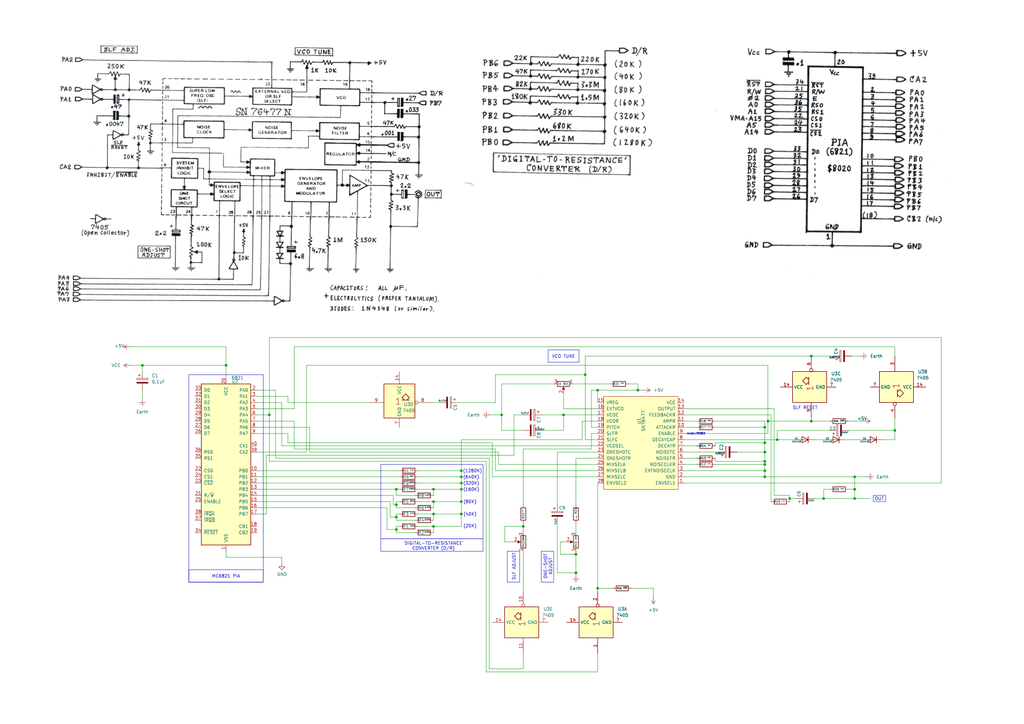
<source format=kicad_sch>
(kicad_sch (version 20231120) (generator "eeschema") (generator_version "8.0")
  (paper "A3")
  (title_block (date "2025-06-10") (rev "0.1"))
  (lib_symbols
    (symbol "74xx_IEEE:7405"
      (property "Reference" "U" (at 5.08 8.89 0))
      (property "Value" "7405" (at 5.08 -8.89 0))
      (symbol "7405_0_0"
        (text "1" (at -0.508 0.508 0) (effects (font (size 2.54 2.54))))
      )
      (symbol "7405_0_1"
        (rectangle (start -6.35 7.62) (end 6.35 -6.35) (stroke (width 0.254)) (fill (type background)))
        (polyline (pts (xy 3.048 1.016) (xy 4.064 2.032) (xy 2.54 3.556) (xy 1.016 2.032) (xy 2.032 1.016) (xy 1.016 1.016) (xy 4.064 1.016) (xy 4.064 1.016)) (stroke (width 0.254)) (fill (type background)))
        (pin power_in line (at 0 12.7 270) (length 5.08) (name "VCC") (number "14"))
        (pin power_in line (at 0 -10.16 90) (length 3.81) (name "GND") (number "7"))
      )
      (symbol "7405_1_1"
        (pin input line (at -12.7 0 0) (length 6.35) (name "~") (number "1"))
        (pin open_collector inverted (at 12.7 0 180) (length 6.35) (name "~") (number "2"))
      )
      (symbol "7405_2_1"
        (pin input line (at -12.7 0 0) (length 6.35) (name "~") (number "3"))
        (pin open_collector inverted (at 12.7 0 180) (length 6.35) (name "~") (number "4"))
      )
      (symbol "7405_3_1"
        (pin input line (at -12.7 0 0) (length 6.35) (name "~") (number "5"))
        (pin open_collector inverted (at 12.7 0 180) (length 6.35) (name "~") (number "6"))
      )
      (symbol "7405_4_1"
        (pin open_collector inverted (at 12.7 0 180) (length 6.35) (name "~") (number "8"))
        (pin input line (at -12.7 0 0) (length 6.35) (name "~") (number "9"))
      )
      (symbol "7405_5_1"
        (pin open_collector inverted (at 12.7 0 180) (length 6.35) (name "~") (number "10"))
        (pin input line (at -12.7 0 0) (length 6.35) (name "~") (number "11"))
      )
      (symbol "7405_6_1"
        (pin open_collector inverted (at 12.7 0 180) (length 6.35) (name "~") (number "12"))
        (pin input line (at -12.7 0 0) (length 6.35) (name "~") (number "13"))
      )
    )
    (symbol "Device:C_Polarized" (pin_numbers hide) (pin_names (offset 0.254))
      (property "Reference" "C" (at 0.635 2.54 0))
      (property "Value" "C_Polarized" (at 0.635 -2.54 0))
      (symbol "C_Polarized_0_1"
        (rectangle (start -2.286 0.508) (end 2.286 1.016))
        (polyline (pts (xy -1.778 2.286) (xy -0.762 2.286)))
        (polyline (pts (xy -1.27 2.794) (xy -1.27 1.778)))
        (rectangle (start 2.286 -0.508) (end -2.286 -1.016) (fill (type outline)))
      )
      (symbol "C_Polarized_1_1"
        (pin passive line (at 0 3.81 270) (length 2.794) (name "~") (number "1"))
        (pin passive line (at 0 -3.81 90) (length 2.794) (name "~") (number "2"))
      )
    )
    (symbol "Device:R" (pin_numbers hide) (pin_names (offset 0))
      (property "Reference" "R" (at 2.032 0 90))
      (property "Value" "R" (at 0 0 90))
      (symbol "R_0_1"
        (rectangle (start -1.016 -2.54) (end 1.016 2.54) (stroke (width 0.254)))
      )
      (symbol "R_1_1"
        (pin passive line (at 0 3.81 270) (length 1.27) (name "~") (number "1"))
        (pin passive line (at 0 -3.81 90) (length 1.27) (name "~") (number "2"))
      )
    )
    (symbol "Device:R_Potentiometer" (pin_names (offset 1.016) hide)
      (property "Reference" "RV" (at -4.445 0 90))
      (property "Value" "R_Potentiometer" (at -2.54 0 90))
      (symbol "R_Potentiometer_0_1"
        (polyline (pts (xy 2.54 0) (xy 1.524 0)))
        (polyline (pts (xy 1.143 0) (xy 2.286 0.508) (xy 2.286 -0.508) (xy 1.143 0)) (fill (type outline)))
        (rectangle (start 1.016 2.54) (end -1.016 -2.54) (stroke (width 0.254)))
      )
      (symbol "R_Potentiometer_1_1"
        (pin passive line (at 0 3.81 270) (length 1.27) (name "1") (number "1"))
        (pin passive line (at 3.81 0 180) (length 1.27) (name "2") (number "2"))
        (pin passive line (at 0 -3.81 90) (length 1.27) (name "3") (number "3"))
      )
    )
    (symbol "Diode:1N4148" (pin_numbers hide) (pin_names hide)
      (property "Reference" "D" (at 0 2.54 0))
      (property "Value" "1N4148" (at 0 -2.54 0))
      (symbol "1N4148_0_1"
        (polyline (pts (xy -1.27 1.27) (xy -1.27 -1.27)) (stroke (width 0.254)))
        (polyline (pts (xy 1.27 0) (xy -1.27 0)))
        (polyline (pts (xy 1.27 1.27) (xy 1.27 -1.27) (xy -1.27 0) (xy 1.27 1.27)) (stroke (width 0.254)))
      )
      (symbol "1N4148_1_1"
        (pin passive line (at -3.81 0 0) (length 2.54) (name "K") (number "1"))
        (pin passive line (at 3.81 0 180) (length 2.54) (name "A") (number "2"))
      )
    )
    (symbol "Interface:6821" (pin_names (offset 1.016))
      (property "Reference" "U" (at -7.62 34.29 0))
      (property "Value" "6821" (at 10.16 34.29 0))
      (symbol "6821_0_1"
        (rectangle (start -10.16 -33.02) (end 10.16 33.02) (stroke (width 0.254)) (fill (type background)))
      )
      (symbol "6821_1_1"
        (pin power_in line (at 0 -35.56 90) (length 2.54) (name "VSS") (number "1"))
        (pin bidirectional line (at 12.7 -2.54 180) (length 2.54) (name "PB0") (number "10"))
        (pin bidirectional line (at 12.7 -5.08 180) (length 2.54) (name "PB1") (number "11"))
        (pin bidirectional line (at 12.7 -7.62 180) (length 2.54) (name "PB2") (number "12"))
        (pin bidirectional line (at 12.7 -10.16 180) (length 2.54) (name "PB3") (number "13"))
        (pin bidirectional line (at 12.7 -12.7 180) (length 2.54) (name "PB4") (number "14"))
        (pin bidirectional line (at 12.7 -15.24 180) (length 2.54) (name "PB5") (number "15"))
        (pin bidirectional line (at 12.7 -17.78 180) (length 2.54) (name "PB6") (number "16"))
        (pin bidirectional line (at 12.7 -20.32 180) (length 2.54) (name "PB7") (number "17"))
        (pin input line (at 12.7 -25.4 180) (length 2.54) (name "CB1") (number "18"))
        (pin bidirectional line (at 12.7 -27.94 180) (length 2.54) (name "CB2") (number "19"))
        (pin bidirectional line (at 12.7 30.48 180) (length 2.54) (name "PA0") (number "2"))
        (pin power_in line (at 0 35.56 270) (length 2.54) (name "VCC") (number "20"))
        (pin input line (at -12.7 -12.7 0) (length 2.54) (name "R/~{W}") (number "21"))
        (pin input line (at -12.7 -2.54 0) (length 2.54) (name "CS0") (number "22"))
        (pin input line (at -12.7 -7.62 0) (length 2.54) (name "~{CS2}") (number "23"))
        (pin input line (at -12.7 -5.08 0) (length 2.54) (name "CS1") (number "24"))
        (pin input line (at -12.7 -15.24 0) (length 2.54) (name "ENABLE") (number "25"))
        (pin bidirectional line (at -12.7 12.7 0) (length 2.54) (name "D7") (number "26"))
        (pin bidirectional line (at -12.7 15.24 0) (length 2.54) (name "D6") (number "27"))
        (pin bidirectional line (at -12.7 17.78 0) (length 2.54) (name "D5") (number "28"))
        (pin bidirectional line (at -12.7 20.32 0) (length 2.54) (name "D4") (number "29"))
        (pin bidirectional line (at 12.7 27.94 180) (length 2.54) (name "PA1") (number "3"))
        (pin bidirectional line (at -12.7 22.86 0) (length 2.54) (name "D3") (number "30"))
        (pin bidirectional line (at -12.7 25.4 0) (length 2.54) (name "D2") (number "31"))
        (pin bidirectional line (at -12.7 27.94 0) (length 2.54) (name "D1") (number "32"))
        (pin bidirectional line (at -12.7 30.48 0) (length 2.54) (name "D0") (number "33"))
        (pin input line (at -12.7 -27.94 0) (length 2.54) (name "~{RESET}") (number "34"))
        (pin input line (at -12.7 2.54 0) (length 2.54) (name "RS1") (number "35"))
        (pin input line (at -12.7 5.08 0) (length 2.54) (name "RS0") (number "36"))
        (pin open_collector line (at -12.7 -22.86 0) (length 2.54) (name "~{IRQB}") (number "37"))
        (pin open_collector line (at -12.7 -20.32 0) (length 2.54) (name "~{IRQA}") (number "38"))
        (pin bidirectional line (at 12.7 5.08 180) (length 2.54) (name "CA2") (number "39"))
        (pin bidirectional line (at 12.7 25.4 180) (length 2.54) (name "PA2") (number "4"))
        (pin input line (at 12.7 7.62 180) (length 2.54) (name "CA1") (number "40"))
        (pin bidirectional line (at 12.7 22.86 180) (length 2.54) (name "PA3") (number "5"))
        (pin bidirectional line (at 12.7 20.32 180) (length 2.54) (name "PA4") (number "6"))
        (pin bidirectional line (at 12.7 17.78 180) (length 2.54) (name "PA5") (number "7"))
        (pin bidirectional line (at 12.7 15.24 180) (length 2.54) (name "PA6") (number "8"))
        (pin bidirectional line (at 12.7 12.7 180) (length 2.54) (name "PA7") (number "9"))
      )
    )
    (symbol "Space-Invaders-rescue:+5V-power" (power) (pin_names (offset 0))
      (property "Value" "power_+5V" (at 0 3.556 0))
      (symbol "+5V-power_0_1"
        (polyline (pts (xy -0.762 1.27) (xy 0 2.54)))
        (polyline (pts (xy 0 0) (xy 0 2.54)))
        (polyline (pts (xy 0 2.54) (xy 0.762 1.27)))
      )
      (symbol "+5V-power_1_1"
        (pin power_in line (at 0 0 90) (length 0) hide (name "+5V") (number "1"))
      )
    )
    (symbol "Space-Invaders-rescue:GND-power" (power) (pin_names (offset 0))
      (property "Value" "power_GND" (at 0 -3.81 0))
      (symbol "GND-power_0_1"
        (polyline (pts (xy 0 0) (xy 0 -1.27) (xy 1.27 -1.27) (xy 0 -2.54) (xy -1.27 -1.27) (xy 0 -1.27)))
      )
      (symbol "GND-power_1_1"
        (pin power_in line (at 0 0 270) (length 0) hide (name "GND") (number "1"))
      )
    )
    (symbol "Space-Invaders-rescue:SN76477-Xenir" (pin_names (offset 1.016))
      (property "Reference" "U" (at 0 0 0))
      (property "Value" "Xenir_SN76477" (at 0 2.54 0))
      (symbol "SN76477-Xenir_0_1"
        (polyline (pts (xy -15.24 -2.54) (xy 15.24 -2.54) (xy 15.24 -40.64) (xy -15.24 -40.64) (xy -15.24 -2.54)) (fill (type background)))
      )
      (symbol "SN76477-Xenir_1_1"
        (pin input line (at -17.78 -5.08 0) (length 2.54) (name "ENVSEL1") (number "1"))
        (pin input line (at -17.78 -27.94 0) (length 2.54) (name "ATTACKR") (number "10"))
        (pin input line (at -17.78 -30.48 0) (length 2.54) (name "AMPR") (number "11"))
        (pin input line (at -17.78 -33.02 0) (length 2.54) (name "FEEDBACKR") (number "12"))
        (pin input line (at -17.78 -35.56 0) (length 2.54) (name "OUTPUT") (number "13"))
        (pin power_in line (at -17.78 -38.1 0) (length 2.54) (name "VCC") (number "14"))
        (pin input line (at 17.78 -38.1 180) (length 2.54) (name "VREG") (number "15"))
        (pin input line (at 17.78 -35.56 180) (length 2.54) (name "EXTVCO") (number "16"))
        (pin input line (at 17.78 -33.02 180) (length 2.54) (name "VCOC") (number "17"))
        (pin input line (at 17.78 -30.48 180) (length 2.54) (name "VCOR") (number "18"))
        (pin input line (at 17.78 -27.94 180) (length 2.54) (name "PITCH") (number "19"))
        (pin input line (at -17.78 -7.62 0) (length 2.54) (name "GND") (number "2"))
        (pin input line (at 17.78 -25.4 180) (length 2.54) (name "SLFR") (number "20"))
        (pin input line (at 17.78 -22.86 180) (length 2.54) (name "SLFC") (number "21"))
        (pin input line (at 17.78 -20.32 180) (length 2.54) (name "VCOSEL") (number "22"))
        (pin input line (at 17.78 -17.78 180) (length 2.54) (name "ONESHOTC") (number "23"))
        (pin input line (at 17.78 -15.24 180) (length 2.54) (name "ONESHOTR") (number "24"))
        (pin input line (at 17.78 -12.7 180) (length 2.54) (name "MIXSELA") (number "25"))
        (pin input line (at 17.78 -10.16 180) (length 2.54) (name "MIXSELB") (number "26"))
        (pin input line (at 17.78 -7.62 180) (length 2.54) (name "MIXSELC") (number "27"))
        (pin input line (at 17.78 -5.08 180) (length 2.54) (name "ENVSEL2") (number "28"))
        (pin input line (at -17.78 -10.16 0) (length 2.54) (name "EXTNOISECLK") (number "3"))
        (pin input line (at -17.78 -12.7 0) (length 2.54) (name "NOISECLKR") (number "4"))
        (pin input line (at -17.78 -15.24 0) (length 2.54) (name "NOISEFR") (number "5"))
        (pin input line (at -17.78 -17.78 0) (length 2.54) (name "NOISEFC") (number "6"))
        (pin input line (at -17.78 -20.32 0) (length 2.54) (name "DECAYR") (number "7"))
        (pin input line (at -17.78 -22.86 0) (length 2.54) (name "DECAYCAP") (number "8"))
        (pin input line (at -17.78 -25.4 0) (length 2.54) (name "ENABLE") (number "9"))
      )
    )
    (symbol "power:+5V" (power) (pin_numbers hide) (pin_names (offset 0) hide)
      (property "Value" "+5V" (at 0 3.556 0))
      (symbol "+5V_0_1"
        (polyline (pts (xy -0.762 1.27) (xy 0 2.54)))
        (polyline (pts (xy 0 0) (xy 0 2.54)))
        (polyline (pts (xy 0 2.54) (xy 0.762 1.27)))
      )
      (symbol "+5V_1_1"
        (pin power_in line (at 0 0 90) (length 0) (name "~") (number "1"))
      )
    )
    (symbol "power:Earth" (power) (pin_numbers hide) (pin_names (offset 0) hide)
      (property "Value" "Earth" (at 0 -3.81 0))
      (symbol "Earth_0_1"
        (polyline (pts (xy -0.635 -1.905) (xy 0.635 -1.905)))
        (polyline (pts (xy -0.127 -2.54) (xy 0.127 -2.54)))
        (polyline (pts (xy 0 -1.27) (xy 0 0)))
        (polyline (pts (xy 1.27 -1.27) (xy -1.27 -1.27)))
      )
      (symbol "Earth_1_1"
        (pin power_in line (at 0 0 270) (length 0) (name "~") (number "1"))
      )
    )
    (symbol "power:VCC" (power) (pin_numbers hide) (pin_names (offset 0) hide)
      (property "Value" "VCC" (at 0 3.556 0))
      (symbol "VCC_0_1"
        (polyline (pts (xy -0.762 1.27) (xy 0 2.54)))
        (polyline (pts (xy 0 0) (xy 0 2.54)))
        (polyline (pts (xy 0 2.54) (xy 0.762 1.27)))
      )
      (symbol "VCC_1_1"
        (pin power_in line (at 0 0 90) (length 0) (name "~") (number "1"))
      )
    )
  )
  (junction (at 189.23 198.12))
  (junction (at 313.69 193.04))
  (junction (at 92.71 149.86))
  (junction (at 245.11 160.02))
  (junction (at 367.03 176.53))
  (junction (at 177.8 200.66))
  (junction (at 332.74 146.05))
  (junction (at 313.69 175.26))
  (junction (at 314.96 172.72))
  (junction (at 162.56 200.66))
  (junction (at 189.23 200.66))
  (junction (at 261.62 160.02))
  (junction (at 177.8 205.74))
  (junction (at 58.42 149.86))
  (junction (at 177.8 210.82))
  (junction (at 350.52 200.66))
  (junction (at 313.69 185.42))
  (junction (at 162.56 212.09))
  (junction (at 236.22 234.95))
  (junction (at 332.74 172.72))
  (junction (at 177.8 215.9))
  (junction (at 313.69 189.23))
  (junction (at 110.49 170.18))
  (junction (at 205.74 170.18))
  (junction (at 318.77 180.34))
  (junction (at 162.56 207.01))
  (junction (at 162.56 217.17))
  (junction (at 313.69 190.5))
  (junction (at 214.63 215.9))
  (junction (at 313.69 195.58))
  (junction (at 337.82 204.47))
  (junction (at 350.52 195.58))
  (junction (at 245.11 241.3))
  (junction (at 189.23 210.82))
  (junction (at 236.22 227.33))
  (junction (at 313.69 181.61))
  (junction (at 189.23 193.04))
  (junction (at 231.14 170.18))
  (junction (at 240.03 153.67))
  (junction (at 189.23 195.58))
  (junction (at 350.52 204.47))
  (junction (at 189.23 205.74))
  (junction (at 323.85 204.47))
  (wire (pts (xy 280.67 198.12) (xy 386.08 198.12)))
  (wire (pts (xy 313.69 175.26) (xy 313.69 181.61)))
  (wire (pts (xy 214.63 215.9) (xy 207.01 215.9)))
  (wire (pts (xy 236.22 187.96) (xy 245.11 187.96)))
  (wire (pts (xy 234.95 157.48) (xy 250.19 157.48)))
  (wire (pts (xy 245.11 180.34) (xy 240.03 180.34)))
  (wire (pts (xy 386.08 138.43) (xy 386.08 198.12)))
  (wire (pts (xy 293.37 190.5) (xy 313.69 190.5)))
  (wire (pts (xy 92.71 142.24) (xy 92.71 149.86)))
  (wire (pts (xy 242.57 175.26) (xy 242.57 160.02)))
  (wire (pts (xy 53.34 149.86) (xy 58.42 149.86)))
  (wire (pts (xy 347.98 172.72) (xy 354.33 172.72)))
  (wire (pts (xy 313.69 181.61) (xy 313.69 185.42)))
  (wire (pts (xy 210.82 170.18) (xy 214.63 170.18)))
  (wire (pts (xy 240.03 146.05) (xy 332.74 146.05)))
  (wire (pts (xy 201.93 195.58) (xy 245.11 195.58)))
  (wire (pts (xy 171.45 198.12) (xy 189.23 198.12)))
  (wire (pts (xy 170.18 213.36) (xy 162.56 213.36)))
  (wire (pts (xy 280.67 180.34) (xy 318.77 180.34)))
  (wire (pts (xy 367.03 146.05) (xy 367.03 142.24)))
  (wire (pts (xy 203.2 165.1) (xy 203.2 153.67)))
  (wire (pts (xy 242.57 177.8) (xy 242.57 184.15)))
  (wire (pts (xy 317.5 167.64) (xy 317.5 203.2)))
  (wire (pts (xy 58.42 149.86) (xy 92.71 149.86)))
  (wire (pts (xy 214.63 274.32) (xy 214.63 267.97)))
  (wire (pts (xy 158.75 217.17) (xy 158.75 208.28)))
  (wire (pts (xy 177.8 215.9) (xy 189.23 215.9)))
  (wire (pts (xy 323.85 203.2) (xy 323.85 204.47)))
  (wire (pts (xy 245.11 241.3) (xy 251.46 241.3)))
  (wire (pts (xy 280.67 170.18) (xy 316.23 170.18)))
  (wire (pts (xy 113.03 160.02) (xy 105.41 160.02)))
  (wire (pts (xy 280.67 185.42) (xy 294.64 185.42)))
  (wire (pts (xy 337.82 204.47) (xy 350.52 204.47)))
  (wire (pts (xy 187.96 165.1) (xy 203.2 165.1)))
  (wire (pts (xy 323.85 204.47) (xy 323.85 205.74)))
  (wire (pts (xy 201.93 181.61) (xy 201.93 195.58)))
  (wire (pts (xy 110.49 170.18) (xy 110.49 189.23)))
  (wire (pts (xy 177.8 218.44) (xy 177.8 215.9)))
  (wire (pts (xy 293.37 175.26) (xy 313.69 175.26)))
  (wire (pts (xy 245.11 160.02) (xy 261.62 160.02)))
  (wire (pts (xy 177.8 203.2) (xy 177.8 200.66)))
  (wire (pts (xy 205.74 176.53) (xy 214.63 176.53)))
  (wire (pts (xy 105.41 210.82) (xy 109.22 210.82)))
  (wire (pts (xy 350.52 195.58) (xy 355.6 195.58)))
  (wire (pts (xy 242.57 184.15) (xy 214.63 184.15)))
  (wire (pts (xy 350.52 200.66) (xy 347.98 200.66)))
  (wire (pts (xy 105.41 162.56) (xy 118.11 162.56)))
  (wire (pts (xy 214.63 242.57) (xy 214.63 226.06)))
  (wire (pts (xy 200.66 187.96) (xy 113.03 187.96)))
  (wire (pts (xy 318.77 180.34) (xy 326.39 180.34)))
  (wire (pts (xy 189.23 195.58) (xy 189.23 198.12)))
  (wire (pts (xy 316.23 170.18) (xy 316.23 205.74)))
  (wire (pts (xy 171.45 193.04) (xy 189.23 193.04)))
  (wire (pts (xy 339.09 180.34) (xy 334.01 180.34)))
  (wire (pts (xy 199.39 189.23) (xy 199.39 275.59)))
  (wire (pts (xy 261.62 160.02) (xy 264.16 160.02)))
  (wire (pts (xy 127 175.26) (xy 105.41 175.26)))
  (wire (pts (xy 204.47 190.5) (xy 245.11 190.5)))
  (wire (pts (xy 313.69 172.72) (xy 313.69 175.26)))
  (wire (pts (xy 293.37 189.23) (xy 313.69 189.23)))
  (wire (pts (xy 245.11 185.42) (xy 228.6 185.42)))
  (wire (pts (xy 285.75 172.72) (xy 280.67 172.72)))
  (wire (pts (xy 386.08 138.43) (xy 110.49 138.43)))
  (wire (pts (xy 245.11 275.59) (xy 245.11 267.97)))
  (wire (pts (xy 176.53 165.1) (xy 180.34 165.1)))
  (wire (pts (xy 367.03 176.53) (xy 367.03 180.34)))
  (wire (pts (xy 293.37 181.61) (xy 293.37 182.88)))
  (wire (pts (xy 92.71 149.86) (xy 92.71 154.94)))
  (wire (pts (xy 160.02 212.09) (xy 160.02 205.74)))
  (wire (pts (xy 293.37 189.23) (xy 293.37 187.96)))
  (wire (pts (xy 189.23 180.34) (xy 238.76 180.34)))
  (wire (pts (xy 115.57 182.88) (xy 115.57 165.1)))
  (wire (pts (xy 120.65 142.24) (xy 120.65 167.64)))
  (wire (pts (xy 314.96 172.72) (xy 332.74 172.72)))
  (wire (pts (xy 125.73 185.42) (xy 105.41 185.42)))
  (wire (pts (xy 189.23 210.82) (xy 189.23 215.9)))
  (wire (pts (xy 236.22 227.33) (xy 236.22 234.95)))
  (wire (pts (xy 110.49 189.23) (xy 199.39 189.23)))
  (wire (pts (xy 236.22 226.06) (xy 236.22 227.33)))
  (wire (pts (xy 199.39 275.59) (xy 245.11 275.59)))
  (wire (pts (xy 229.87 222.25) (xy 232.41 222.25)))
  (wire (pts (xy 261.62 157.48) (xy 261.62 160.02)))
  (wire (pts (xy 162.56 207.01) (xy 162.56 208.28)))
  (wire (pts (xy 205.74 170.18) (xy 205.74 157.48)))
  (wire (pts (xy 242.57 160.02) (xy 245.11 160.02)))
  (wire (pts (xy 105.41 198.12) (xy 163.83 198.12)))
  (wire (pts (xy 171.45 210.82) (xy 177.8 210.82)))
  (wire (pts (xy 203.2 153.67) (xy 240.03 153.67)))
  (wire (pts (xy 162.56 200.66) (xy 163.83 200.66)))
  (wire (pts (xy 214.63 274.32) (xy 200.66 274.32)))
  (wire (pts (xy 334.01 204.47) (xy 337.82 204.47)))
  (wire (pts (xy 313.69 185.42) (xy 313.69 189.23)))
  (wire (pts (xy 350.52 195.58) (xy 350.52 200.66)))
  (wire (pts (xy 200.66 274.32) (xy 200.66 187.96)))
  (wire (pts (xy 203.2 184.15) (xy 120.65 184.15)))
  (wire (pts (xy 347.98 176.53) (xy 367.03 176.53)))
  (wire (pts (xy 207.01 215.9) (xy 207.01 222.25)))
  (wire (pts (xy 162.56 200.66) (xy 162.56 203.2)))
  (wire (pts (xy 120.65 172.72) (xy 105.41 172.72)))
  (wire (pts (xy 350.52 200.66) (xy 350.52 204.47)))
  (wire (pts (xy 105.41 203.2) (xy 161.29 203.2)))
  (wire (pts (xy 238.76 172.72) (xy 245.11 172.72)))
  (wire (pts (xy 105.41 195.58) (xy 163.83 195.58)))
  (wire (pts (xy 236.22 236.22) (xy 236.22 234.95)))
  (wire (pts (xy 120.65 184.15) (xy 120.65 172.72)))
  (wire (pts (xy 162.56 215.9) (xy 163.83 215.9)))
  (wire (pts (xy 354.33 180.34) (xy 346.71 180.34)))
  (wire (pts (xy 245.11 198.12) (xy 245.11 241.3)))
  (wire (pts (xy 285.75 175.26) (xy 280.67 175.26)))
  (wire (pts (xy 337.82 200.66) (xy 340.36 200.66)))
  (wire (pts (xy 171.45 200.66) (xy 177.8 200.66)))
  (wire (pts (xy 105.41 208.28) (xy 158.75 208.28)))
  (wire (pts (xy 203.2 193.04) (xy 203.2 184.15)))
  (wire (pts (xy 222.25 170.18) (xy 231.14 170.18)))
  (wire (pts (xy 177.8 205.74) (xy 189.23 205.74)))
  (wire (pts (xy 285.75 187.96) (xy 280.67 187.96)))
  (wire (pts (xy 231.14 170.18) (xy 245.11 170.18)))
  (wire (pts (xy 109.22 186.69) (xy 210.82 186.69)))
  (wire (pts (xy 332.74 146.05) (xy 341.63 146.05)))
  (wire (pts (xy 236.22 218.44) (xy 236.22 214.63)))
  (wire (pts (xy 162.56 210.82) (xy 163.83 210.82)))
  (wire (pts (xy 105.41 170.18) (xy 110.49 170.18)))
  (wire (pts (xy 245.11 241.3) (xy 245.11 242.57)))
  (wire (pts (xy 205.74 157.48) (xy 227.33 157.48)))
  (wire (pts (xy 171.45 215.9) (xy 177.8 215.9)))
  (wire (pts (xy 171.45 205.74) (xy 177.8 205.74)))
  (wire (pts (xy 204.47 185.42) (xy 127 185.42)))
  (wire (pts (xy 162.56 205.74) (xy 163.83 205.74)))
  (wire (pts (xy 125.73 149.86) (xy 314.96 149.86)))
  (wire (pts (xy 240.03 146.05) (xy 240.03 153.67)))
  (wire (pts (xy 353.06 146.05) (xy 349.25 146.05)))
  (wire (pts (xy 162.56 212.09) (xy 162.56 210.82)))
  (wire (pts (xy 105.41 200.66) (xy 162.56 200.66)))
  (wire (pts (xy 229.87 227.33) (xy 236.22 227.33)))
  (wire (pts (xy 267.97 245.11) (xy 267.97 241.3)))
  (wire (pts (xy 160.02 205.74) (xy 105.41 205.74)))
  (wire (pts (xy 350.52 204.47) (xy 356.87 204.47)))
  (wire (pts (xy 189.23 193.04) (xy 189.23 180.34)))
  (wire (pts (xy 317.5 203.2) (xy 323.85 203.2)))
  (wire (pts (xy 231.14 170.18) (xy 231.14 176.53)))
  (wire (pts (xy 110.49 138.43) (xy 110.49 170.18)))
  (wire (pts (xy 245.11 167.64) (xy 231.14 167.64)))
  (wire (pts (xy 160.02 212.09) (xy 162.56 212.09)))
  (wire (pts (xy 162.56 212.09) (xy 162.56 213.36)))
  (wire (pts (xy 238.76 180.34) (xy 238.76 172.72)))
  (wire (pts (xy 245.11 160.02) (xy 245.11 165.1)))
  (wire (pts (xy 177.8 208.28) (xy 177.8 205.74)))
  (wire (pts (xy 125.73 149.86) (xy 125.73 185.42)))
  (wire (pts (xy 231.14 176.53) (xy 222.25 176.53)))
  (wire (pts (xy 214.63 215.9) (xy 214.63 218.44)))
  (wire (pts (xy 170.18 218.44) (xy 162.56 218.44)))
  (wire (pts (xy 207.01 222.25) (xy 210.82 222.25)))
  (wire (pts (xy 177.8 210.82) (xy 189.23 210.82)))
  (wire (pts (xy 58.42 149.86) (xy 58.42 152.4)))
  (wire (pts (xy 314.96 149.86) (xy 314.96 172.72)))
  (wire (pts (xy 280.67 193.04) (xy 313.69 193.04)))
  (wire (pts (xy 367.03 180.34) (xy 361.95 180.34)))
  (wire (pts (xy 259.08 241.3) (xy 267.97 241.3)))
  (wire (pts (xy 171.45 195.58) (xy 189.23 195.58)))
  (wire (pts (xy 228.6 234.95) (xy 228.6 214.63)))
  (wire (pts (xy 229.87 227.33) (xy 229.87 222.25)))
  (wire (pts (xy 162.56 218.44) (xy 162.56 217.17)))
  (wire (pts (xy 200.66 170.18) (xy 205.74 170.18)))
  (wire (pts (xy 118.11 162.56) (xy 118.11 165.1)))
  (wire (pts (xy 214.63 214.63) (xy 214.63 215.9)))
  (wire (pts (xy 280.67 195.58) (xy 313.69 195.58)))
  (wire (pts (xy 189.23 200.66) (xy 189.23 205.74)))
  (wire (pts (xy 285.75 182.88) (xy 280.67 182.88)))
  (wire (pts (xy 261.62 157.48) (xy 257.81 157.48)))
  (wire (pts (xy 204.47 190.5) (xy 204.47 185.42)))
  (wire (pts (xy 332.74 171.45) (xy 332.74 172.72)))
  (wire (pts (xy 177.8 200.66) (xy 189.23 200.66)))
  (wire (pts (xy 161.29 207.01) (xy 162.56 207.01)))
  (wire (pts (xy 115.57 182.88) (xy 245.11 182.88)))
  (wire (pts (xy 231.14 161.29) (xy 231.14 167.64)))
  (wire (pts (xy 58.42 160.02) (xy 58.42 163.83)))
  (wire (pts (xy 115.57 228.6) (xy 115.57 231.14)))
  (wire (pts (xy 332.74 172.72) (xy 340.36 172.72)))
  (wire (pts (xy 105.41 193.04) (xy 163.83 193.04)))
  (wire (pts (xy 120.65 167.64) (xy 105.41 167.64)))
  (wire (pts (xy 118.11 165.1) (xy 151.13 165.1)))
  (wire (pts (xy 313.69 190.5) (xy 313.69 193.04)))
  (wire (pts (xy 236.22 207.01) (xy 236.22 187.96)))
  (wire (pts (xy 177.8 213.36) (xy 177.8 210.82)))
  (wire (pts (xy 228.6 185.42) (xy 228.6 207.01)))
  (wire (pts (xy 118.11 177.8) (xy 105.41 177.8)))
  (wire (pts (xy 118.11 181.61) (xy 201.93 181.61)))
  (wire (pts (xy 313.69 185.42) (xy 302.26 185.42)))
  (wire (pts (xy 170.18 208.28) (xy 162.56 208.28)))
  (wire (pts (xy 214.63 184.15) (xy 214.63 207.01)))
  (wire (pts (xy 205.74 170.18) (xy 205.74 176.53)))
  (wire (pts (xy 240.03 153.67) (xy 240.03 180.34)))
  (wire (pts (xy 210.82 186.69) (xy 210.82 170.18)))
  (wire (pts (xy 280.67 177.8) (xy 314.96 177.8)))
  (wire (pts (xy 162.56 207.01) (xy 162.56 205.74)))
  (wire (pts (xy 318.77 180.34) (xy 318.77 176.53)))
  (wire (pts (xy 245.11 175.26) (xy 242.57 175.26)))
  (wire (pts (xy 127 185.42) (xy 127 175.26)))
  (wire (pts (xy 337.82 204.47) (xy 337.82 200.66)))
  (wire (pts (xy 109.22 210.82) (xy 109.22 186.69)))
  (wire (pts (xy 293.37 181.61) (xy 313.69 181.61)))
  (wire (pts (xy 367.03 171.45) (xy 367.03 176.53)))
  (wire (pts (xy 285.75 190.5) (xy 280.67 190.5)))
  (wire (pts (xy 113.03 160.02) (xy 113.03 187.96)))
  (wire (pts (xy 236.22 234.95) (xy 228.6 234.95)))
  (wire (pts (xy 189.23 193.04) (xy 189.23 195.58)))
  (wire (pts (xy 280.67 167.64) (xy 317.5 167.64)))
  (wire (pts (xy 92.71 142.24) (xy 53.34 142.24)))
  (wire (pts (xy 313.69 189.23) (xy 313.69 190.5)))
  (wire (pts (xy 162.56 217.17) (xy 162.56 215.9)))
  (wire (pts (xy 120.65 142.24) (xy 367.03 142.24)))
  (wire (pts (xy 318.77 176.53) (xy 340.36 176.53)))
  (wire (pts (xy 313.69 193.04) (xy 313.69 195.58)))
  (wire (pts (xy 189.23 198.12) (xy 189.23 200.66)))
  (wire (pts (xy 203.2 193.04) (xy 245.11 193.04)))
  (wire (pts (xy 115.57 165.1) (xy 105.41 165.1)))
  (wire (pts (xy 313.69 195.58) (xy 350.52 195.58)))
  (wire (pts (xy 189.23 205.74) (xy 189.23 210.82)))
  (wire (pts (xy 314.96 172.72) (xy 314.96 177.8)))
  (wire (pts (xy 293.37 172.72) (xy 313.69 172.72)))
  (wire (pts (xy 161.29 203.2) (xy 161.29 207.01)))
  (wire (pts (xy 118.11 181.61) (xy 118.11 177.8)))
  (wire (pts (xy 242.57 177.8) (xy 245.11 177.8)))
  (wire (pts (xy 158.75 217.17) (xy 162.56 217.17)))
  (wire (pts (xy 115.57 228.6) (xy 92.71 228.6)))
  (wire (pts (xy 323.85 204.47) (xy 326.39 204.47)))
  (wire (pts (xy 92.71 228.6) (xy 92.71 226.06)))
  (wire (pts (xy 170.18 203.2) (xy 162.56 203.2)))
  (rectangle (start 156.21 220.98) (end 198.12 226.06))
  (rectangle (start 77.47 233.68) (end 107.95 238.76))
  (rectangle (start 221.996 226.06) (end 227.076 238.76))
  (rectangle (start 224.79 143.51) (end 237.49 148.59))
  (rectangle (start 358.14 203.2) (end 363.22 205.74))
  (rectangle (start 208.026 238.76) (end 213.106 226.06))
  (rectangle (start 156.21 190.5) (end 198.12 220.98))
  (rectangle (start 77.47 153.67) (end 107.95 238.76))
  (image (at 298.45 73.66) (scale 0.622468))
  (image (at 105.41 73.66) (scale 0.498233))
  (text "(1280K)" (at 193.802 193.294 0) (effects (font (size 1.27 1.27))))
  (text "(160K)\n\n" (at 193.294 201.93 0) (effects (font (size 1.27 1.27))))
  (text "VCO TUNE" (at 231.14 146.304 0) (effects (font (size 1.27 1.27))))
  (text "INHIBIT/~{ENABLE}" (at 285.496 178.054 0) (effects (font (size 0.635 0.635))))
  (text "(640K)" (at 193.294 195.834 0) (effects (font (size 1.27 1.27))))
  (text "(320K)" (at 193.294 198.374 0) (effects (font (size 1.27 1.27))))
  (text "(80K)\n" (at 192.786 205.994 0) (effects (font (size 1.27 1.27))))
  (text "(20K)" (at 192.786 215.9 0) (effects (font (size 1.27 1.27))))
  (text "MC6821 PIA" (at 92.71 236.474 0) (effects (font (size 1.27 1.27))))
  (text "SLF RESET" (at 330.2 167.386 0) (effects (font (size 1.27 1.27))))
  (text "ONE-SHOT\nADJUST" (at 224.79 232.41 90) (effects (font (size 1.27 1.27))))
  (text "OUT\n" (at 360.68 204.724 0) (effects (font (size 1.27 1.27))))
  (text "(40K)\n" (at 192.786 211.074 0) (effects (font (size 1.27 1.27))))
  (text "SLF ADJUST" (at 210.82 232.41 90) (effects (font (size 1.27 1.27))))
  (text "'DIGITAL-TO-RESISTANCE'\nCONVERTER (D/R)" (at 177.8 224.028 0) (effects (font (size 1.27 1.27))))
  (symbol (lib_id "Device:R") (at 167.64 195.58 90) (unit 1)
    (property "Reference" "R10" (at 166.37 195.58 90) (effects (font (size 0.8382 0.8382))))
    (property "Value" "680K" (at 168.91 195.326 90) (effects (font (size 0.4318 0.4318))))
    (property "Footprint" "Resistor_THT:R_Axial_DIN0204_L3.6mm_D1.6mm_P7.62mm_Horizontal" (effects (hide yes)))
    (property "Description" "Resistor" (effects (hide yes)))
  )
  (symbol (lib_id "power:Earth") (at 200.66 170.18 270) (unit 1)
    (property "Reference" "#PWR010" (effects (hide yes)))
    (property "Value" "Earth" (at 196.85 170.1799 90) (effects (justify right)))
    (property "Description" "Power symbol creates a global label with name \"Earth\"" (effects (hide yes)))
  )
  (symbol (lib_id "74xx_IEEE:7405") (at 214.63 255.27 90) (unit 5)
    (property "Reference" "U3" (at 224.79 249.7738 90))
    (property "Value" "7405" (at 224.79 252.3138 90))
    (property "Footprint" "Package_DIP:DIP-14_W7.62mm_Socket" (effects (hide yes)))
  )
  (symbol (lib_id "Device:R") (at 167.64 193.04 90) (unit 1)
    (property "Reference" "R11" (at 166.37 193.04 90) (effects (font (size 0.8382 0.8382))))
    (property "Value" "1.2M" (at 168.91 192.786 90) (effects (font (size 0.4318 0.4318))))
    (property "Footprint" "Resistor_THT:R_Axial_DIN0204_L3.6mm_D1.6mm_P7.62mm_Horizontal" (effects (hide yes)))
    (property "Description" "Resistor" (effects (hide yes)))
  )
  (symbol (lib_id "power:Earth") (at 355.6 195.58 90) (unit 1)
    (property "Reference" "#PWR05" (effects (hide yes)))
    (property "Value" "Earth" (at 359.41 195.5799 90) (effects (justify right)))
    (property "Description" "Power symbol creates a global label with name \"Earth\"" (effects (hide yes)))
  )
  (symbol (lib_id "Device:R") (at 289.56 187.96 90) (unit 1)
    (property "Reference" "R13" (at 288.29 187.96 90) (effects (font (size 0.8382 0.8382))))
    (property "Value" "47K" (at 290.83 187.706 90) (effects (font (size 0.4318 0.4318))))
    (property "Footprint" "Resistor_THT:R_Axial_DIN0204_L3.6mm_D1.6mm_P7.62mm_Horizontal" (effects (hide yes)))
    (property "Description" "Resistor" (effects (hide yes)))
  )
  (symbol (lib_id "Device:R") (at 173.99 213.36 90) (unit 1)
    (property "Reference" "R4" (at 172.72 213.36 90))
    (property "Value" "220K" (at 175.26 213.106 90) (effects (font (size 0.635 0.635))))
    (property "Footprint" "Resistor_THT:R_Axial_DIN0204_L3.6mm_D1.6mm_P7.62mm_Horizontal" (effects (hide yes)))
    (property "Description" "Resistor" (effects (hide yes)))
  )
  (symbol (lib_id "Device:R") (at 214.63 210.82 180) (unit 1)
    (property "Reference" "R22" (at 214.63 211.582 90) (effects (font (size 0.8382 0.8382))))
    (property "Value" "47K" (at 214.376 209.55 90) (effects (font (size 0.4318 0.4318))))
    (property "Footprint" "Resistor_THT:R_Axial_DIN0204_L3.6mm_D1.6mm_P7.62mm_Horizontal" (effects (hide yes)))
    (property "Description" "Resistor" (effects (hide yes)))
  )
  (symbol (lib_id "Device:R") (at 167.64 210.82 90) (unit 1)
    (property "Reference" "R3" (at 166.37 210.82 90))
    (property "Value" "47K" (at 169.164 210.566 90) (effects (font (size 0.635 0.635))))
    (property "Footprint" "Resistor_THT:R_Axial_DIN0204_L3.6mm_D1.6mm_P7.62mm_Horizontal" (effects (hide yes)))
    (property "Description" "Resistor" (effects (hide yes)))
  )
  (symbol (lib_id "Device:R") (at 289.56 175.26 90) (unit 1)
    (property "Reference" "R17" (at 288.29 175.26 90) (effects (font (size 0.8382 0.8382))))
    (property "Value" "4.7K" (at 290.83 175.006 90) (effects (font (size 0.4318 0.4318))))
    (property "Footprint" "Resistor_THT:R_Axial_DIN0204_L3.6mm_D1.6mm_P7.62mm_Horizontal" (effects (hide yes)))
    (property "Description" "Resistor" (effects (hide yes)))
  )
  (symbol (lib_id "power:+5V") (at 267.97 245.11 180) (unit 1)
    (property "Reference" "#PWR06" (effects (hide yes)))
    (property "Value" "+5V" (at 267.97 250.19 0))
    (property "Description" "Power symbol creates a global label with name \"+5V\"" (effects (hide yes)))
  )
  (symbol (lib_id "power:Earth") (at 236.22 236.22 0) (unit 1)
    (property "Reference" "#PWR011" (effects (hide yes)))
    (property "Value" "Earth" (at 236.22 241.3 0))
    (property "Description" "Power symbol creates a global label with name \"Earth\"" (effects (hide yes)))
  )
  (symbol (lib_id "Device:R_Potentiometer") (at 214.63 222.25 180) (unit 1)
    (property "Reference" "RV2" (at 214.63 223.266 90) (effects (font (size 0.8382 0.8382))))
    (property "Value" "250K" (at 214.63 220.726 90) (effects (font (size 0.635 0.635))))
    (property "Footprint" "Potentiometer_SMD:Potentiometer_ACP_CA6-VSMD_Vertical" (effects (hide yes)))
    (property "Description" "Potentiometer" (effects (hide yes)))
  )
  (symbol (lib_id "Device:C_Polarized") (at 218.44 170.18 270) (unit 1)
    (property "Reference" "C7" (at 220.98 170.815 0) (effects (justify left)))
    (property "Value" "0.27uF" (at 215.392 169.418 90) (effects (font (size 0.635 0.635))))
    (property "Footprint" "Capacitor_THT:CP_Radial_Tantal_D8.0mm_P2.50mm" (effects (hide yes)))
    (property "Description" "Polarized capacitor" (effects (hide yes)))
  )
  (symbol (lib_id "Device:R_Potentiometer") (at 236.22 222.25 180) (unit 1)
    (property "Reference" "RV3" (at 236.22 223.266 90) (effects (font (size 0.8382 0.8382))))
    (property "Value" "100K" (at 236.22 220.726 90) (effects (font (size 0.4318 0.4318))))
    (property "Footprint" "Potentiometer_SMD:Potentiometer_ACP_CA6-VSMD_Vertical" (effects (hide yes)))
    (property "Description" "Potentiometer" (effects (hide yes)))
  )
  (symbol (lib_id "Device:R") (at 167.64 198.12 90) (unit 1)
    (property "Reference" "R9" (at 166.37 198.12 90))
    (property "Value" "330K" (at 168.91 197.866 90) (effects (font (size 0.635 0.635))))
    (property "Footprint" "Resistor_THT:R_Axial_DIN0204_L3.6mm_D1.6mm_P7.62mm_Horizontal" (effects (hide yes)))
    (property "Description" "Resistor" (effects (hide yes)))
  )
  (symbol (lib_id "Device:R") (at 344.17 200.66 90) (unit 1)
    (property "Reference" "R20" (at 342.9 200.66 90) (effects (font (size 0.8382 0.8382))))
    (property "Value" "3.3K" (at 345.44 200.406 90) (effects (font (size 0.4318 0.4318))))
    (property "Footprint" "Resistor_THT:R_Axial_DIN0204_L3.6mm_D1.6mm_P7.62mm_Horizontal" (effects (hide yes)))
    (property "Description" "Resistor" (effects (hide yes)))
  )
  (symbol (lib_id "power:VCC") (at 53.34 149.86 90) (unit 1)
    (property "Reference" "#PWR02" (effects (hide yes)))
    (property "Value" "VCC" (at 49.53 149.8599 90) (effects (justify left)))
    (property "Description" "Power symbol creates a global label with name \"VCC\"" (effects (hide yes)))
  )
  (symbol (lib_id "Diode:1N4148") (at 330.2 180.34 180) (unit 1)
    (property "Reference" "D1" (at 326.644 179.832 0) (effects (font (size 0.635 0.635))))
    (property "Value" "1N4148" (at 326.644 181.102 0) (effects (font (size 0.635 0.635))))
    (property "Footprint" "Diode_THT:D_DO-35_SOD27_P7.62mm_Horizontal" (effects (hide yes)))
    (property "Datasheet" "https://assets.nexperia.com/documents/data-sheet/1N4148_1N4448.pdf" (effects (hide yes)))
    (property "Description" "100V 0.15A standard switching diode, DO-35" (effects (hide yes)))
    (property "Sim.Device" "D" (effects (hide yes)))
    (property "Sim.Pins" "1=K 2=A" (effects (hide yes)))
  )
  (symbol (lib_id "Device:R") (at 173.99 203.2 90) (unit 1)
    (property "Reference" "R8" (at 172.72 203.2 90))
    (property "Value" "1.5M" (at 175.26 202.946 90) (effects (font (size 0.635 0.635))))
    (property "Footprint" "Resistor_THT:R_Axial_DIN0204_L3.6mm_D1.6mm_P7.62mm_Horizontal" (effects (hide yes)))
    (property "Description" "Resistor" (effects (hide yes)))
  )
  (symbol (lib_id "Device:C_Polarized") (at 218.44 176.53 270) (unit 1)
    (property "Reference" "C8" (at 220.98 177.165 0) (effects (justify left)))
    (property "Value" "0.033uF" (at 221.488 176.022 90) (effects (font (size 0.635 0.635))))
    (property "Footprint" "Capacitor_THT:CP_Radial_Tantal_D8.0mm_P2.50mm" (effects (hide yes)))
    (property "Description" "Unpolarized capacitor" (effects (hide yes)))
  )
  (symbol (lib_id "power:+5V") (at 264.16 160.02 270) (unit 1)
    (property "Reference" "#PWR09" (effects (hide yes)))
    (property "Value" "+5V" (at 267.97 160.0199 90) (effects (justify left)))
    (property "Description" "Power symbol creates a global label with name \"+5V\"" (effects (hide yes)))
  )
  (symbol (lib_id "Device:C_Polarized") (at 330.2 204.47 90) (unit 1)
    (property "Reference" "C6" (at 327.66 203.835 0) (effects (justify left)))
    (property "Value" "2.2uF" (at 332.74 205.232 90) (effects (font (size 0.635 0.635))))
    (property "Footprint" "Capacitor_THT:CP_Radial_Tantal_D8.0mm_P2.50mm" (effects (hide yes)))
    (property "Description" "Polarized capacitor" (effects (hide yes)))
  )
  (symbol (lib_id "Diode:1N4148") (at 342.9 180.34 180) (unit 1)
    (property "Reference" "D2" (at 339.344 179.832 0) (effects (font (size 0.635 0.635))))
    (property "Value" "1N4148" (at 339.344 181.102 0) (effects (font (size 0.635 0.635))))
    (property "Footprint" "Diode_THT:D_DO-35_SOD27_P7.62mm_Horizontal" (effects (hide yes)))
    (property "Datasheet" "https://assets.nexperia.com/documents/data-sheet/1N4148_1N4448.pdf" (effects (hide yes)))
    (property "Description" "100V 0.15A standard switching diode, DO-35" (effects (hide yes)))
    (property "Sim.Device" "D" (effects (hide yes)))
    (property "Sim.Pins" "1=K 2=A" (effects (hide yes)))
  )
  (symbol (lib_id "Device:R") (at 289.56 172.72 90) (unit 1)
    (property "Reference" "R18" (at 288.29 172.72 90) (effects (font (size 0.8382 0.8382))))
    (property "Value" "150K" (at 290.83 172.466 90) (effects (font (size 0.4318 0.4318))))
    (property "Footprint" "Resistor_THT:R_Axial_DIN0204_L3.6mm_D1.6mm_P7.62mm_Horizontal" (effects (hide yes)))
    (property "Description" "Resistor" (effects (hide yes)))
  )
  (symbol (lib_id "Device:R") (at 167.64 205.74 90) (unit 1)
    (property "Reference" "R5" (at 166.37 205.74 90))
    (property "Value" "82K" (at 169.164 205.486 90) (effects (font (size 0.635 0.635))))
    (property "Footprint" "Resistor_THT:R_Axial_DIN0204_L3.6mm_D1.6mm_P7.62mm_Horizontal" (effects (hide yes)))
    (property "Description" "Resistor" (effects (hide yes)))
  )
  (symbol (lib_id "Device:R") (at 236.22 210.82 0) (unit 1)
    (property "Reference" "R23" (at 236.22 209.55 90) (effects (font (size 0.8382 0.8382))))
    (property "Value" "47K" (at 236.474 212.09 90) (effects (font (size 0.4318 0.4318))))
    (property "Footprint" "Resistor_THT:R_Axial_DIN0204_L3.6mm_D1.6mm_P7.62mm_Horizontal" (effects (hide yes)))
    (property "Description" "Resistor" (effects (hide yes)))
  )
  (symbol (lib_id "Device:C_Polarized") (at 184.15 165.1 270) (unit 1)
    (property "Reference" "C5" (at 186.69 165.735 0) (effects (justify left)))
    (property "Value" "0.47UF" (at 181.61 164.338 90) (effects (font (size 0.635 0.635))))
    (property "Footprint" "Capacitor_THT:CP_Radial_Tantal_D8.0mm_P2.50mm" (effects (hide yes)))
    (property "Description" "Polarized capacitor" (effects (hide yes)))
  )
  (symbol (lib_id "power:Earth") (at 58.42 163.83 0) (unit 1)
    (property "Reference" "#PWR04" (effects (hide yes)))
    (property "Value" "Earth" (at 58.42 168.91 0))
    (property "Description" "Power symbol creates a global label with name \"Earth\"" (effects (hide yes)))
  )
  (symbol (lib_id "Space-Invaders-rescue:SN76477-Xenir") (at 262.89 203.2 180) (unit 1)
    (property "Reference" "U1" (at 262.128 173.99 90) (effects (justify right)))
    (property "Value" "SN76477" (at 263.906 177.038 90) (effects (justify right)))
    (property "Footprint" "Package_DIP:DIP-28_W15.24mm_Socket" (effects (hide yes)))
  )
  (symbol (lib_id "74xx_IEEE:7405") (at 163.83 165.1 0) (unit 4)
    (property "Reference" "U3" (at 167.64 165.862 0))
    (property "Value" "7405" (at 167.64 168.402 0))
    (property "Footprint" "Package_DIP:DIP-14_W7.62mm_Socket" (effects (hide yes)))
  )
  (symbol (lib_id "Device:R") (at 167.64 200.66 90) (unit 1)
    (property "Reference" "R7" (at 166.37 200.66 90))
    (property "Value" "180K" (at 168.91 200.406 90) (effects (font (size 0.635 0.635))))
    (property "Footprint" "Resistor_THT:R_Axial_DIN0204_L3.6mm_D1.6mm_P7.62mm_Horizontal" (effects (hide yes)))
    (property "Description" "Resistor" (effects (hide yes)))
  )
  (symbol (lib_id "Device:R") (at 320.04 205.74 90) (unit 1)
    (property "Reference" "R19" (at 318.77 205.74 90) (effects (font (size 0.8382 0.8382))))
    (property "Value" "47K" (at 321.31 205.486 90) (effects (font (size 0.4318 0.4318))))
    (property "Footprint" "Resistor_THT:R_Axial_DIN0204_L3.6mm_D1.6mm_P7.62mm_Horizontal" (effects (hide yes)))
    (property "Description" "Resistor" (effects (hide yes)))
  )
  (symbol (lib_id "Device:R") (at 173.99 208.28 90) (unit 1)
    (property "Reference" "R6" (at 172.72 208.28 90))
    (property "Value" "3.3M" (at 175.26 208.026 90) (effects (font (size 0.635 0.635))))
    (property "Footprint" "Resistor_THT:R_Axial_DIN0204_L3.6mm_D1.6mm_P7.62mm_Horizontal" (effects (hide yes)))
    (property "Description" "Resistor" (effects (hide yes)))
  )
  (symbol (lib_id "Space-Invaders-rescue:GND-power") (at 115.57 231.14 0) (unit 1)
    (property "Reference" "#PWR01" (effects (hide yes)))
    (property "Value" "GND" (at 115.697 235.5342 0))
  )
  (symbol (lib_id "power:+5V") (at 354.33 172.72 270) (unit 1)
    (property "Reference" "#PWR07" (effects (hide yes)))
    (property "Value" "+5V" (at 351.536 171.704 90) (effects (justify left)))
    (property "Description" "Power symbol creates a global label with name \"+5V\"" (effects (hide yes)))
  )
  (symbol (lib_id "Device:C_Polarized") (at 228.6 210.82 0) (unit 1)
    (property "Reference" "C9" (at 229.235 208.28 0) (effects (justify left)))
    (property "Value" "2.2uF" (at 227.838 213.868 90) (effects (font (size 0.635 0.635))))
    (property "Footprint" "Capacitor_THT:CP_Radial_Tantal_D8.0mm_P2.50mm" (effects (hide yes)))
    (property "Description" "Polarized capacitor" (effects (hide yes)))
  )
  (symbol (lib_id "Device:C_Polarized") (at 58.42 156.21 0) (unit 1)
    (property "Reference" "C1" (at 62.23 154.0509 0) (effects (justify left)))
    (property "Value" "0.1uF" (at 62.23 156.5909 0) (effects (justify left)))
    (property "Footprint" "Capacitor_THT:CP_Radial_Tantal_D8.0mm_P2.50mm" (effects (hide yes)))
    (property "Description" "Unpolarized capacitor" (effects (hide yes)))
  )
  (symbol (lib_id "Device:C_Polarized") (at 298.45 185.42 90) (unit 1)
    (property "Reference" "C2" (at 295.91 184.785 0) (effects (justify left)))
    (property "Value" "0.001uF" (at 295.402 185.928 90) (effects (font (size 0.635 0.635))))
    (property "Footprint" "Capacitor_THT:CP_Radial_Tantal_D8.0mm_P2.50mm" (effects (hide yes)))
    (property "Description" "Unpolarized capacitor" (effects (hide yes)))
  )
  (symbol (lib_id "Device:R") (at 255.27 241.3 90) (unit 1)
    (property "Reference" "R15" (at 254 241.3 90) (effects (font (size 0.635 0.635))))
    (property "Value" "10K" (at 256.54 241.046 90) (effects (font (size 0.635 0.635))))
    (property "Footprint" "Resistor_THT:R_Axial_DIN0204_L3.6mm_D1.6mm_P7.62mm_Horizontal" (effects (hide yes)))
    (property "Description" "Resistor" (effects (hide yes)))
  )
  (symbol (lib_id "74xx_IEEE:7405") (at 245.11 255.27 90) (unit 1)
    (property "Reference" "U3" (at 255.27 249.7738 90))
    (property "Value" "7405" (at 255.27 252.3138 90))
    (property "Footprint" "Package_DIP:DIP-14_W7.62mm_Socket" (effects (hide yes)))
  )
  (symbol (lib_id "Diode:1N4148") (at 358.14 180.34 180) (unit 1)
    (property "Reference" "D3" (at 354.584 179.832 0) (effects (font (size 0.635 0.635))))
    (property "Value" "1N4148" (at 354.584 181.102 0) (effects (font (size 0.635 0.635))))
    (property "Footprint" "Diode_THT:D_DO-35_SOD27_P7.62mm_Horizontal" (effects (hide yes)))
    (property "Datasheet" "https://assets.nexperia.com/documents/data-sheet/1N4148_1N4448.pdf" (effects (hide yes)))
    (property "Description" "100V 0.15A standard switching diode, DO-35" (effects (hide yes)))
    (property "Sim.Device" "D" (effects (hide yes)))
    (property "Sim.Pins" "1=K 2=A" (effects (hide yes)))
  )
  (symbol (lib_id "74xx_IEEE:7405") (at 332.74 158.75 90) (unit 3)
    (property "Reference" "U3" (at 342.9 153.2538 90))
    (property "Value" "7405" (at 342.9 155.7938 90))
    (property "Footprint" "Package_DIP:DIP-14_W7.62mm_Socket" (effects (hide yes)))
  )
  (symbol (lib_id "Device:R_Potentiometer") (at 231.14 157.48 270) (unit 1)
    (property "Reference" "RV1" (at 232.156 157.48 90) (effects (font (size 0.8382 0.8382))))
    (property "Value" "1K" (at 229.616 157.48 90) (effects (font (size 0.635 0.635))))
    (property "Footprint" "Potentiometer_SMD:Potentiometer_ACP_CA6-VSMD_Vertical" (effects (hide yes)))
    (property "Description" "Potentiometer" (effects (hide yes)))
  )
  (symbol (lib_id "Device:R") (at 173.99 218.44 90) (unit 1)
    (property "Reference" "R2" (at 172.72 218.44 90))
    (property "Value" "220K" (at 175.26 218.186 90) (effects (font (size 0.635 0.635))))
    (property "Footprint" "Resistor_THT:R_Axial_DIN0204_L3.6mm_D1.6mm_P7.62mm_Horizontal" (effects (hide yes)))
    (property "Description" "Resistor" (effects (hide yes)))
  )
  (symbol (lib_id "Device:C_Polarized") (at 344.17 176.53 90) (unit 1)
    (property "Reference" "C3" (at 342.9 175.768 90) (effects (justify left)))
    (property "Value" "6.8uF" (at 346.71 177.292 90) (effects (font (size 0.635 0.635))))
    (property "Footprint" "Capacitor_THT:CP_Radial_Tantal_D7.0mm_P5.00mm" (effects (hide yes)))
    (property "Description" "Polarized capacitor" (effects (hide yes)))
  )
  (symbol (lib_id "74xx_IEEE:7405") (at 367.03 158.75 270) (unit 2)
    (property "Reference" "U3" (at 378.46 152.4314 90))
    (property "Value" "7405" (at 378.46 154.9714 90))
    (property "Footprint" "Package_DIP:DIP-14_W7.62mm_Socket" (effects (hide yes)))
  )
  (symbol (lib_id "Device:R") (at 289.56 182.88 90) (unit 1)
    (property "Reference" "R14" (at 288.29 182.88 90) (effects (font (size 0.8382 0.8382))))
    (property "Value" "1M" (at 290.83 182.626 90) (effects (font (size 0.4318 0.4318))))
    (property "Footprint" "Resistor_THT:R_Axial_DIN0204_L3.6mm_D1.6mm_P7.62mm_Horizontal" (effects (hide yes)))
    (property "Description" "Resistor" (effects (hide yes)))
  )
  (symbol (lib_id "Device:R") (at 167.64 215.9 90) (unit 1)
    (property "Reference" "R1" (at 166.37 215.9 90))
    (property "Value" "22K" (at 169.164 215.646 90) (effects (font (size 0.635 0.635))))
    (property "Footprint" "Resistor_THT:R_Axial_DIN0204_L3.6mm_D1.6mm_P7.62mm_Horizontal" (effects (hide yes)))
    (property "Description" "Resistor" (effects (hide yes)))
  )
  (symbol (lib_id "Device:R") (at 254 157.48 90) (unit 1)
    (property "Reference" "R21" (at 252.73 157.48 90) (effects (font (size 0.8382 0.8382))))
    (property "Value" "10K" (at 255.27 157.226 90) (effects (font (size 0.4318 0.4318))))
    (property "Footprint" "Resistor_THT:R_Axial_DIN0204_L3.6mm_D1.6mm_P7.62mm_Horizontal" (effects (hide yes)))
    (property "Description" "Resistor" (effects (hide yes)))
  )
  (symbol (lib_id "Space-Invaders-rescue:+5V-power") (at 53.34 142.24 90) (unit 1)
    (property "Reference" "#PWR03" (effects (hide yes)))
    (property "Value" "+5V" (at 48.9458 141.859 90))
  )
  (symbol (lib_id "Interface:6821") (at 92.71 190.5 0) (unit 1)
    (property "Reference" "U2" (at 94.996 156.464 0) (effects (justify left)))
    (property "Value" "6821" (at 94.9041 154.94 0) (effects (justify left)))
    (property "Footprint" "Package_DIP:DIP-40_W15.24mm_Socket" (effects (hide yes)))
    (property "Datasheet" "http://pdf.datasheetcatalog.com/datasheet/motorola/6821.pdf" (effects (hide yes)))
    (property "Description" "Peripheral Interface Adapter 1MHz, DIP-40" (effects (hide yes)))
  )
  (symbol (lib_id "Device:R") (at 344.17 172.72 90) (unit 1)
    (property "Reference" "R16" (at 342.9 172.72 90) (effects (font (size 0.635 0.635))))
    (property "Value" "10K" (at 345.44 172.466 90) (effects (font (size 0.635 0.635))))
    (property "Footprint" "Resistor_THT:R_Axial_DIN0204_L3.6mm_D1.6mm_P7.62mm_Horizontal" (effects (hide yes)))
    (property "Description" "Resistor" (effects (hide yes)))
  )
  (symbol (lib_id "power:Earth") (at 353.06 146.05 90) (unit 1)
    (property "Reference" "#PWR08" (effects (hide yes)))
    (property "Value" "Earth" (at 356.87 146.0499 90) (effects (justify right)))
    (property "Description" "Power symbol creates a global label with name \"Earth\"" (effects (hide yes)))
  )
  (symbol (lib_id "Device:C_Polarized") (at 345.44 146.05 90) (unit 1)
    (property "Reference" "C4" (at 342.9 145.415 0) (effects (justify left)))
    (property "Value" "0.0047uF" (at 342.392 146.558 90) (effects (font (size 0.635 0.635))))
    (property "Footprint" "Capacitor_THT:CP_Radial_Tantal_D8.0mm_P2.50mm" (effects (hide yes)))
    (property "Description" "Unpolarized capacitor" (effects (hide yes)))
  )
  (symbol (lib_id "Device:R") (at 289.56 190.5 90) (unit 1)
    (property "Reference" "R12" (at 288.29 190.5 90) (effects (font (size 0.8382 0.8382))))
    (property "Value" "47K" (at 290.83 190.246 90) (effects (font (size 0.4318 0.4318))))
    (property "Footprint" "Resistor_THT:R_Axial_DIN0204_L3.6mm_D1.6mm_P7.62mm_Horizontal" (effects (hide yes)))
    (property "Description" "Resistor" (effects (hide yes)))
  )
)
</source>
